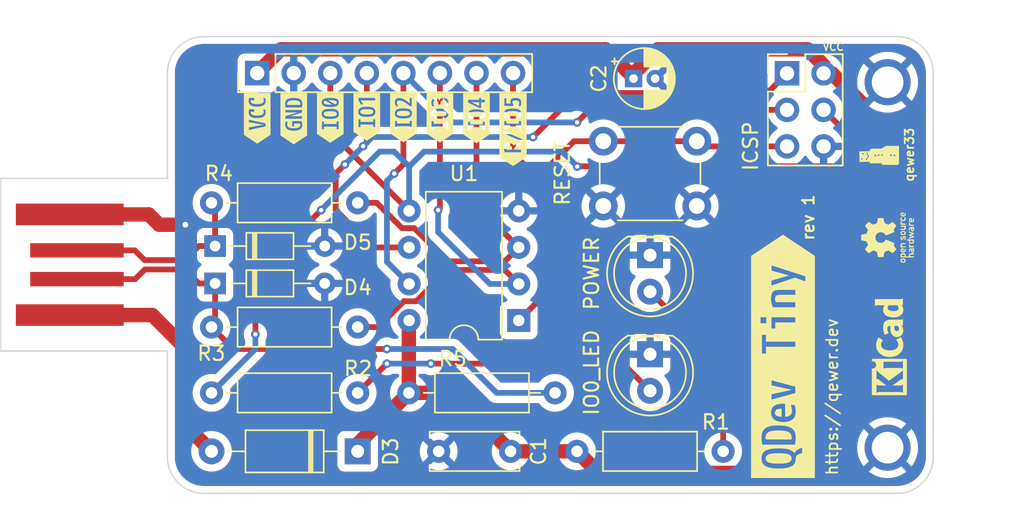
<source format=kicad_pcb>
(kicad_pcb (version 20211014) (generator pcbnew)
  (layers (0 "F.Cu" signal) (31 "B.Cu" signal) (34 "B.Paste" user) (35 "F.Paste" user) (36 "B.SilkS" user "B.Silkscreen") (37 "F.SilkS" user "F.Silkscreen") (38 "B.Mask" user) (39 "F.Mask" user) (44 "Edge.Cuts" user))
  (net 0 "")
  (net 1 "+5V")
  (net 2 "GND")
  (net 3 "Net-(D1-Pad2)")
  (net 4 "Net-(D2-Pad2)")
  (net 5 "Net-(D3-Pad2)")
  (net 6 "/D-")
  (net 7 "/D+")
  (net 8 "PB2")
  (net 9 "PB1")
  (net 10 "PB0")
  (net 11 "PB5{slash}R")
  (net 12 "PB4")
  (net 13 "PB3")
  (footprint "Connector_PinHeader_2.54mm:PinHeader_1x08_P2.54mm_Vertical" (layer "F.Cu") (at 89.535 46.355 90)
    (fp_text reference "J2" hide)
    (fp_text value "Header")
    (pad "1" thru_hole rect (at 0 0 90) (size 1.7 1.7) (drill 1) (layers *.Cu *.Mask) (net 1 "+5V"))
    (pad "2" thru_hole oval (at 0 2.54 90) (size 1.7 1.7) (drill 1) (layers *.Cu *.Mask) (net 2 "GND"))
    (pad "3" thru_hole oval (at 0 5.08 90) (size 1.7 1.7) (drill 1) (layers *.Cu *.Mask) (net 10 "PB0"))
    (pad "4" thru_hole oval (at 0 7.62 90) (size 1.7 1.7) (drill 1) (layers *.Cu *.Mask) (net 9 "PB1"))
    (pad "5" thru_hole oval (at 0 10.16 90) (size 1.7 1.7) (drill 1) (layers *.Cu *.Mask) (net 8 "PB2"))
    (pad "6" thru_hole oval (at 0 12.7 90) (size 1.7 1.7) (drill 1) (layers *.Cu *.Mask) (net 13 "PB3"))
    (pad "7" thru_hole oval (at 0 15.24 90) (size 1.7 1.7) (drill 1) (layers *.Cu *.Mask) (net 12 "PB4"))
    (pad "8" thru_hole oval (at 0 17.78 90) (size 1.7 1.7) (drill 1) (layers *.Cu *.Mask) (net 11 "PB5{slash}R"))
  )
  (footprint "MountingHole:MountingHole_2.2mm_M2" (layer "F.Cu") (at 133.35 72.39)
    (fp_text reference "REF**" hide)
    (fp_text value "MountingHole_2.2mm_M2")
    (pad "" thru_hole circle (at 0 0) (size 3.2 3.2) (drill 2.2) (layers *.Cu *.Mask) (net 2 "GND"))
  )
  (footprint "LED_THT:LED_D5.0mm" (layer "F.Cu") (at 116.84 65.895 -90)
    (fp_text reference "D2" hide)
    (fp_text value "PB0_LED" hide)
    (fp_text user "IO0_LED" (at 1.27 4.064 90 unlocked) (layer "F.SilkS"))
    (pad "1" thru_hole rect (at 0 0 270) (size 1.8 1.8) (drill 0.9) (layers *.Cu *.Mask) (net 2 "GND"))
    (pad "2" thru_hole circle (at 2.54 0 270) (size 1.8 1.8) (drill 0.9) (layers *.Cu *.Mask) (net 4 "Net-(D2-Pad2)"))
  )
  (footprint "Package_DIP:DIP-8_W7.62mm" (layer "F.Cu") (at 107.714602 63.549897 180)
    (fp_text reference "U1" (at 3.81 10.209897) (layer "F.SilkS"))
    (fp_text value "ATtiny45-20P")
    (pad "1" thru_hole rect (at 0 0 180) (size 1.6 1.6) (drill 0.8) (layers *.Cu *.Mask) (net 11 "PB5{slash}R"))
    (pad "2" thru_hole oval (at 0 2.54 180) (size 1.6 1.6) (drill 0.8) (layers *.Cu *.Mask) (net 13 "PB3"))
    (pad "3" thru_hole oval (at 0 5.08 180) (size 1.6 1.6) (drill 0.8) (layers *.Cu *.Mask) (net 12 "PB4"))
    (pad "4" thru_hole oval (at 0 7.62 180) (size 1.6 1.6) (drill 0.8) (layers *.Cu *.Mask) (net 2 "GND"))
    (pad "5" thru_hole oval (at 7.62 7.62 180) (size 1.6 1.6) (drill 0.8) (layers *.Cu *.Mask) (net 10 "PB0"))
    (pad "6" thru_hole oval (at 7.62 5.08 180) (size 1.6 1.6) (drill 0.8) (layers *.Cu *.Mask) (net 9 "PB1"))
    (pad "7" thru_hole oval (at 7.62 2.54 180) (size 1.6 1.6) (drill 0.8) (layers *.Cu *.Mask) (net 8 "PB2"))
    (pad "8" thru_hole oval (at 7.62 0 180) (size 1.6 1.6) (drill 0.8) (layers *.Cu *.Mask) (net 1 "+5V"))
  )
  (footprint "Capacitor_THT:C_Disc_D6.0mm_W2.5mm_P5.00mm" (layer "F.Cu") (at 107.148 72.644 180)
    (fp_text reference "C1" (at -1.945 0 90) (layer "F.SilkS"))
    (fp_text value "0.1uF")
    (pad "1" thru_hole circle (at 0 0 180) (size 1.6 1.6) (drill 0.8) (layers *.Cu *.Mask) (net 1 "+5V"))
    (pad "2" thru_hole circle (at 5 0 180) (size 1.6 1.6) (drill 0.8) (layers *.Cu *.Mask) (net 2 "GND"))
  )
  (footprint "kibuzzard-63E270EC" (layer "F.Cu") (at 89.535 49.504678 90)
    (fp_text reference "kibuzzard-63E270EC" hide)
    (fp_text value "G***" hide)
  )
  (footprint "MountingHole:MountingHole_2.2mm_M2" (layer "F.Cu") (at 133.35 46.99)
    (fp_text reference "REF**" hide)
    (fp_text value "MountingHole_2.2mm_M2")
    (pad "" thru_hole circle (at 0 0) (size 3.2 3.2) (drill 2.2) (layers *.Cu *.Mask) (net 2 "GND"))
  )
  (footprint "Resistor_THT:R_Axial_DIN0207_L6.3mm_D2.5mm_P10.16mm_Horizontal" (layer "F.Cu") (at 111.76 72.644)
    (fp_text reference "R1" (at 9.652 -2.032) (layer "F.SilkS"))
    (fp_text value "1K")
    (pad "1" thru_hole circle (at 0 0) (size 1.6 1.6) (drill 0.8) (layers *.Cu *.Mask) (net 1 "+5V"))
    (pad "2" thru_hole oval (at 10.16 0) (size 1.6 1.6) (drill 0.8) (layers *.Cu *.Mask) (net 3 "Net-(D1-Pad2)"))
  )
  (footprint "Resistor_THT:R_Axial_DIN0207_L6.3mm_D2.5mm_P10.16mm_Horizontal" (layer "F.Cu") (at 100.076 68.58)
    (fp_text reference "R5" (at 3.048 -2.37) (layer "F.SilkS"))
    (fp_text value "1K")
    (pad "1" thru_hole circle (at 0 0) (size 1.6 1.6) (drill 0.8) (layers *.Cu *.Mask) (net 1 "+5V"))
    (pad "2" thru_hole oval (at 10.16 0) (size 1.6 1.6) (drill 0.8) (layers *.Cu *.Mask) (net 6 "/D-"))
  )
  (footprint "Resistor_THT:R_Axial_DIN0207_L6.3mm_D2.5mm_P10.16mm_Horizontal" (layer "F.Cu") (at 86.36 68.58)
    (fp_text reference "R2" (at 10.182372 -1.686429) (layer "F.SilkS"))
    (fp_text value "1K")
    (pad "1" thru_hole circle (at 0 0) (size 1.6 1.6) (drill 0.8) (layers *.Cu *.Mask) (net 10 "PB0"))
    (pad "2" thru_hole oval (at 10.16 0) (size 1.6 1.6) (drill 0.8) (layers *.Cu *.Mask) (net 4 "Net-(D2-Pad2)"))
  )
  (footprint "kibuzzard-63E51F9F" (layer "F.Cu") (at 99.695 49.45864 90)
    (fp_text reference "kibuzzard-63E51F9F" hide)
    (fp_text value "G***" hide)
  )
  (footprint "kibuzzard-63E51F95" (layer "F.Cu") (at 97.155 49.402284 90)
    (fp_text reference "kibuzzard-63E51F95" hide)
    (fp_text value "G***" hide)
  )
  (footprint "LOGO" (layer "F.Cu") (at 132.762674 52.074219 90)
    (fp_text reference "G***" hide)
    (fp_text value "LOGO" hide)
  )
  (footprint "QLib:USB-A-PCB" (layer "F.Cu") (at 76.708 59.675)
    (fp_text reference "J1" hide)
    (fp_text value "USB_A" hide)
    (fp_line (start -4.99872 5.99948) (end -4.99872 -5.99948) (layer "Edge.Cuts") (width 0.1))
    (fp_line (start 3.69824 5.99948) (end -4.99872 5.99948) (layer "Edge.Cuts") (width 0.1))
    (fp_line (start -4.99872 -5.99948) (end 3.69824 -5.99948) (layer "Edge.Cuts") (width 0.1))
    (pad "1" smd rect (at -0.19812 3.49758) (size 7.49808 1.4986) (layers "F.Cu" "F.Paste" "F.Mask") (net 5 "Net-(D3-Pad2)"))
    (pad "2" smd rect (at 0.29972 0.99822) (size 6.49986 0.99822) (layers "F.Cu" "F.Paste" "F.Mask") (net 6 "/D-"))
    (pad "3" smd rect (at 0.29972 -0.99822) (size 6.49986 0.99822) (layers "F.Cu" "F.Paste" "F.Mask") (net 7 "/D+"))
    (pad "4" smd rect (at -0.19812 -3.49758) (size 7.49808 1.4986) (layers "F.Cu" "F.Paste" "F.Mask") (net 2 "GND"))
  )
  (footprint "Capacitor_THT:CP_Radial_D4.0mm_P1.50mm" (layer "F.Cu") (at 115.691604 46.736)
    (fp_text reference "C2" (at -2.407604 0 90) (layer "F.SilkS"))
    (fp_text value "4.7uF")
    (pad "1" thru_hole rect (at 0 0) (size 1.2 1.2) (drill 0.6) (layers *.Cu *.Mask) (net 1 "+5V"))
    (pad "2" thru_hole circle (at 1.5 0) (size 1.2 1.2) (drill 0.6) (layers *.Cu *.Mask) (net 2 "GND"))
  )
  (footprint "Diode_THT:D_A-405_P10.16mm_Horizontal" (layer "F.Cu") (at 96.52 72.644 180)
    (fp_text reference "D3" (at -2.293923 -0.025265 270) (layer "F.SilkS"))
    (fp_text value "D")
    (pad "1" thru_hole rect (at 0 0 180) (size 1.8 1.8) (drill 0.9) (layers *.Cu *.Mask) (net 1 "+5V"))
    (pad "2" thru_hole oval (at 10.16 0 180) (size 1.8 1.8) (drill 0.9) (layers *.Cu *.Mask) (net 5 "Net-(D3-Pad2)"))
  )
  (footprint "kibuzzard-63E24FBF" (layer "F.Cu") (at 92.075 49.527696 90)
    (fp_text reference "kibuzzard-63E24FBF" hide)
    (fp_text value "G***" hide)
  )
  (footprint "LED_THT:LED_D5.0mm" (layer "F.Cu") (at 116.84 59.007 -90)
    (fp_text reference "D1" hide)
    (fp_text value "PWR_LED" hide)
    (fp_text user "POWER" (at 1.27 4.064 90 unlocked) (layer "F.SilkS"))
    (pad "1" thru_hole rect (at 0 0 270) (size 1.8 1.8) (drill 0.9) (layers *.Cu *.Mask) (net 2 "GND"))
    (pad "2" thru_hole circle (at 2.54 0 270) (size 1.8 1.8) (drill 0.9) (layers *.Cu *.Mask) (net 3 "Net-(D1-Pad2)"))
  )
  (footprint "kibuzzard-63E51F81" (layer "F.Cu") (at 94.615 49.474515 90)
    (fp_text reference "kibuzzard-63E51F81" hide)
    (fp_text value "G***" hide)
  )
  (footprint "Diode_THT:D_DO-34_SOD68_P7.62mm_Horizontal" (layer "F.Cu") (at 86.609 60.97322)
    (fp_text reference "D4" (at 9.911 0.28678) (layer "F.SilkS"))
    (fp_text value "3.6V")
    (pad "1" thru_hole rect (at 0 0) (size 1.5 1.5) (drill 0.75) (layers *.Cu *.Mask) (net 6 "/D-"))
    (pad "2" thru_hole oval (at 7.62 0) (size 1.5 1.5) (drill 0.75) (layers *.Cu *.Mask) (net 2 "GND"))
  )
  (footprint "Connector_PinHeader_2.54mm:PinHeader_2x03_P2.54mm_Vertical" (layer "F.Cu") (at 126.36 46.37)
    (fp_text reference "J3" hide)
    (fp_text value "ICSP" (at -2.535 5.065 90) (layer "F.SilkS"))
    (pad "1" thru_hole rect (at 0 0) (size 1.7 1.7) (drill 1) (layers *.Cu *.Mask) (net 9 "PB1"))
    (pad "2" thru_hole oval (at 2.54 0) (size 1.7 1.7) (drill 1) (layers *.Cu *.Mask) (net 1 "+5V"))
    (pad "3" thru_hole oval (at 0 2.54) (size 1.7 1.7) (drill 1) (layers *.Cu *.Mask) (net 8 "PB2"))
    (pad "4" thru_hole oval (at 2.54 2.54) (size 1.7 1.7) (drill 1) (layers *.Cu *.Mask) (net 10 "PB0"))
    (pad "5" thru_hole oval (at 0 5.08) (size 1.7 1.7) (drill 1) (layers *.Cu *.Mask) (net 11 "PB5{slash}R"))
    (pad "6" thru_hole oval (at 2.54 5.08) (size 1.7 1.7) (drill 1) (layers *.Cu *.Mask) (net 2 "GND"))
  )
  (footprint "Resistor_THT:R_Axial_DIN0207_L6.3mm_D2.5mm_P10.16mm_Horizontal" (layer "F.Cu") (at 86.36 64.008)
    (fp_text reference "R3" (at -0.012288 1.82621) (layer "F.SilkS"))
    (fp_text value "68R")
    (pad "1" thru_hole circle (at 0 0) (size 1.6 1.6) (drill 0.8) (layers *.Cu *.Mask) (net 6 "/D-"))
    (pad "2" thru_hole oval (at 10.16 0) (size 1.6 1.6) (drill 0.8) (layers *.Cu *.Mask) (net 13 "PB3"))
  )
  (footprint "kibuzzard-63E51FA9" (layer "F.Cu") (at 102.235 49.468165 90)
    (fp_text reference "kibuzzard-63E51FA9" hide)
    (fp_text value "G***" hide)
  )
  (footprint "LOGO" (layer "F.Cu") (at 133.35 65.405 90)
    (fp_text reference "G***" hide)
    (fp_text value "LOGO" hide)
  )
  (footprint "LOGO" (layer "F.Cu") (at 133.35 57.785 90)
    (fp_text reference "G***" hide)
    (fp_text value "LOGO" hide)
  )
  (footprint "kibuzzard-63E51FAF" (layer "F.Cu") (at 104.775 49.49039 90)
    (fp_text reference "kibuzzard-63E51FAF" hide)
    (fp_text value "G***" hide)
  )
  (footprint "Button_Switch_THT:SW_PUSH_6mm" (layer "F.Cu") (at 113.59 51.09)
    (fp_text reference "SW1" hide)
    (fp_text value "RESET_BTN" hide)
    (fp_text user "RESET" (at -2.846 2.204679 90 unlocked) (layer "F.SilkS"))
    (pad "1" thru_hole circle (at 0 0 90) (size 2 2) (drill 1.1) (layers *.Cu *.Mask) (net 11 "PB5{slash}R"))
    (pad "1" thru_hole circle (at 6.5 0 90) (size 2 2) (drill 1.1) (layers *.Cu *.Mask) (net 11 "PB5{slash}R"))
    (pad "2" thru_hole circle (at 0 4.5 90) (size 2 2) (drill 1.1) (layers *.Cu *.Mask) (net 2 "GND"))
    (pad "2" thru_hole circle (at 6.5 4.5 90) (size 2 2) (drill 1.1) (layers *.Cu *.Mask) (net 2 "GND"))
  )
  (footprint "Resistor_THT:R_Axial_DIN0207_L6.3mm_D2.5mm_P10.16mm_Horizontal" (layer "F.Cu") (at 86.36 55.372)
    (fp_text reference "R4" (at 0.508 -2.032) (layer "F.SilkS"))
    (fp_text value "68R")
    (pad "1" thru_hole circle (at 0 0) (size 1.6 1.6) (drill 0.8) (layers *.Cu *.Mask) (net 7 "/D+"))
    (pad "2" thru_hole oval (at 10.16 0) (size 1.6 1.6) (drill 0.8) (layers *.Cu *.Mask) (net 12 "PB4"))
  )
  (footprint "Diode_THT:D_DO-34_SOD68_P7.62mm_Horizontal" (layer "F.Cu") (at 86.609 58.37678)
    (fp_text reference "D5" (at 9.911 -0.25678) (layer "F.SilkS"))
    (fp_text value "3.6V")
    (pad "1" thru_hole rect (at 0 0) (size 1.5 1.5) (drill 0.75) (layers *.Cu *.Mask) (net 7 "/D+"))
    (pad "2" thru_hole oval (at 7.62 0) (size 1.5 1.5) (drill 0.75) (layers *.Cu *.Mask) (net 2 "GND"))
  )
  (footprint "kibuzzard-63E51FB7" (layer "F.Cu") (at 107.315 50.28414 90)
    (fp_text reference "kibuzzard-63E51FB7" hide)
    (fp_text value "G***" hide)
  )
  (footprint "kibuzzard-63E3F582" (layer "F.Cu") (at 126.07685 66.04 90)
    (fp_text reference "kibuzzard-63E3F582" hide)
    (fp_text value "G***" hide)
  )
  (gr_line (start 83.29676 73.025) (end 83.29676 65.67448) (layer "Edge.Cuts") (width 0.1))
  (gr_arc (start 83.29676 46.355) (mid 84.040709 44.558949) (end 85.83676 43.815) (layer "Edge.Cuts") (width 0.1))
  (gr_line (start 136.525 46.355) (end 136.525 73.025) (layer "Edge.Cuts") (width 0.1))
  (gr_line (start 85.83676 43.815) (end 133.985 43.815) (layer "Edge.Cuts") (width 0.1))
  (gr_line (start 80.40624 65.67448) (end 83.29676 65.67448) (layer "Edge.Cuts") (width 0.1))
  (gr_line (start 133.985 75.565) (end 85.83676 75.565) (layer "Edge.Cuts") (width 0.1))
  (gr_line (start 83.29676 53.67552) (end 83.29676 46.355) (layer "Edge.Cuts") (width 0.1))
  (gr_arc (start 133.985 43.815) (mid 135.781051 44.558949) (end 136.525 46.355) (layer "Edge.Cuts") (width 0.1))
  (gr_arc (start 85.83676 75.565) (mid 84.040709 74.821051) (end 83.29676 73.025) (layer "Edge.Cuts") (width 0.1))
  (gr_line (start 80.40624 53.67552) (end 83.29676 53.67552) (layer "Edge.Cuts") (width 0.1))
  (gr_arc (start 136.525 73.025) (mid 135.781051 74.821051) (end 133.985 75.565) (layer "Edge.Cuts") (width 0.1))
  (gr_text "https://qewer.dev" (at 129.49306 68.85786 90) (layer "F.SilkS") (effects (font (size 0.8 0.8) (thickness 0.12))))
  (gr_text "qewer33" (at 134.869327 52.034169 90) (layer "F.SilkS") (effects (font (size 0.6 0.6) (thickness 0.12))))
  (gr_text "VCC" (at 129.574832 44.540353) (layer "F.SilkS") (effects (font (size 0.5 0.5) (thickness 0.1))))
  (gr_text "rev 1" (at 127.840107 56.388 90) (layer "F.SilkS") (effects (font (size 0.8 0.8))))
  (segment (start 128.9 45.81) (end 127.794 44.704) (width 1) (layer "F.Cu") (net 1))
  (segment (start 113.740604 44.704) (end 115.691604 46.655) (width 1) (layer "F.Cu") (net 1))
  (segment (start 100.076 68.58) (end 103.084 68.58) (width 1) (layer "F.Cu") (net 1))
  (segment (start 128.9 46.37) (end 128.9 45.81) (width 1) (layer "F.Cu") (net 1))
  (segment (start 96.52 72.136) (end 100.076 68.58) (width 1) (layer "F.Cu") (net 1))
  (segment (start 113.26 74.144) (end 111.76 72.644) (width 1) (layer "F.Cu") (net 1))
  (segment (start 91.186 44.704) (end 113.740604 44.704) (width 1) (layer "F.Cu") (net 1))
  (segment (start 127.532 74.144) (end 113.26 74.144) (width 1) (layer "F.Cu") (net 1))
  (segment (start 103.084 68.58) (end 107.148 72.644) (width 1) (layer "F.Cu") (net 1))
  (segment (start 96.52 72.644) (end 96.52 72.136) (width 1) (layer "F.Cu") (net 1))
  (segment (start 117.385126 44.704) (end 115.691604 46.397522) (width 1) (layer "F.Cu") (net 1))
  (segment (start 127.794 44.704) (end 117.385126 44.704) (width 1) (layer "F.Cu") (net 1))
  (segment (start 100.076 63.568499) (end 100.094602 63.549897) (width 1) (layer "F.Cu") (net 1))
  (segment (start 107.148 72.644) (end 111.76 72.644) (width 1) (layer "F.Cu") (net 1))
  (segment (start 91.186 44.704) (end 89.535 46.355) (width 1) (layer "F.Cu") (net 1))
  (segment (start 131.572 48.464692) (end 131.572 70.104) (width 1) (layer "F.Cu") (net 1))
  (segment (start 129.477308 46.37) (end 131.572 48.464692) (width 1) (layer "F.Cu") (net 1))
  (segment (start 128.9 46.37) (end 129.477308 46.37) (width 1) (layer "F.Cu") (net 1))
  (segment (start 115.691604 46.397522) (end 115.691604 46.655) (width 1) (layer "F.Cu") (net 1))
  (segment (start 131.572 70.104) (end 127.532 74.144) (width 1) (layer "F.Cu") (net 1))
  (segment (start 100.076 68.58) (end 100.076 63.568499) (width 1) (layer "F.Cu") (net 1))
  (segment (start 81.99858 56.17742) (end 76.50988 56.17742) (width 1) (layer "F.Cu") (net 2))
  (segment (start 84.543938 56.896) (end 82.71716 56.896) (width 1) (layer "F.Cu") (net 2))
  (segment (start 82.71716 56.896) (end 81.99858 56.17742) (width 1) (layer "F.Cu") (net 2))
  (via (at 84.543938 56.896) (size 1.2) (drill 0.4) (layers "F.Cu" "B.Cu") (net 2))
  (segment (start 121.92 66.627) (end 116.84 61.547) (width 0.4) (layer "F.Cu") (net 3))
  (segment (start 121.92 72.644) (end 121.92 66.627) (width 0.4) (layer "F.Cu") (net 3))
  (segment (start 114.953 66.548) (end 116.84 68.435) (width 0.4) (layer "F.Cu") (net 4))
  (segment (start 101.6 66.548) (end 114.953 66.548) (width 0.4) (layer "F.Cu") (net 4))
  (segment (start 98.552 66.548) (end 96.52 68.58) (width 0.4) (layer "F.Cu") (net 4))
  (via (at 98.552 66.548) (size 0.6) (drill 0.3) (layers "F.Cu" "B.Cu") (net 4))
  (via (at 101.6 66.548) (size 0.6) (drill 0.3) (layers "F.Cu" "B.Cu") (net 4))
  (segment (start 101.6 66.548) (end 98.552 66.548) (width 0.4) (layer "B.Cu") (net 4))
  (segment (start 82.243274 63.17258) (end 76.50988 63.17258) (width 1) (layer "F.Cu") (net 5))
  (segment (start 84.328 65.257306) (end 84.328 70.612) (width 1) (layer "F.Cu") (net 5))
  (segment (start 84.328 70.612) (end 86.36 72.644) (width 1) (layer "F.Cu") (net 5))
  (segment (start 82.243274 63.17258) (end 84.328 65.257306) (width 1) (layer "F.Cu") (net 5))
  (segment (start 86.36 64.008) (end 87.884 65.532) (width 0.4) (layer "F.Cu") (net 6))
  (segment (start 85.483999 60.97322) (end 86.609 60.97322) (width 0.4) (layer "F.Cu") (net 6))
  (segment (start 77.00772 60.67322) (end 81.05878 60.67322) (width 0.4) (layer "F.Cu") (net 6))
  (segment (start 87.884 65.532) (end 98.552 65.532) (width 0.4) (layer "F.Cu") (net 6))
  (segment (start 86.609 63.759) (end 86.36 64.008) (width 0.4) (layer "F.Cu") (net 6))
  (segment (start 84.510779 60) (end 85.483999 60.97322) (width 0.4) (layer "F.Cu") (net 6))
  (segment (start 81.732 60) (end 84.510779 60) (width 0.4) (layer "F.Cu") (net 6))
  (segment (start 86.609 60.97322) (end 86.609 63.759) (width 0.4) (layer "F.Cu") (net 6))
  (segment (start 81.05878 60.67322) (end 81.732 60) (width 0.4) (layer "F.Cu") (net 6))
  (via (at 98.552 65.532) (size 0.6) (drill 0.3) (layers "F.Cu" "B.Cu") (net 6))
  (segment (start 98.552 65.532) (end 103.124 65.532) (width 0.4) (layer "B.Cu") (net 6))
  (segment (start 106.172 68.58) (end 110.236 68.58) (width 0.4) (layer "B.Cu") (net 6))
  (segment (start 103.124 65.532) (end 106.172 68.58) (width 0.4) (layer "B.Cu") (net 6))
  (segment (start 86.609 58.37678) (end 86.609 55.621) (width 0.4) (layer "F.Cu") (net 7))
  (segment (start 86.609 55.621) (end 86.36 55.372) (width 0.4) (layer "F.Cu") (net 7))
  (segment (start 81.702 59.35) (end 84.510779 59.35) (width 0.4) (layer "F.Cu") (net 7))
  (segment (start 85.483999 58.37678) (end 86.609 58.37678) (width 0.4) (layer "F.Cu") (net 7))
  (segment (start 77.00772 58.67678) (end 81.02878 58.67678) (width 0.4) (layer "F.Cu") (net 7))
  (segment (start 84.510779 59.35) (end 85.483999 58.37678) (width 0.4) (layer "F.Cu") (net 7))
  (segment (start 81.02878 58.67678) (end 81.702 59.35) (width 0.4) (layer "F.Cu") (net 7))
  (segment (start 112.634 48.91) (end 126.36 48.91) (width 0.4) (layer "F.Cu") (net 8))
  (segment (start 111.76 49.784) (end 112.634 48.91) (width 0.4) (layer "F.Cu") (net 8))
  (segment (start 99.06 53.34) (end 99.695 52.705) (width 0.4) (layer "F.Cu") (net 8))
  (segment (start 99.695 52.705) (end 99.695 46.355) (width 0.4) (layer "F.Cu") (net 8))
  (via (at 99.06 53.34) (size 0.6) (drill 0.3) (layers "F.Cu" "B.Cu") (net 8))
  (via (at 111.76 49.784) (size 0.6) (drill 0.3) (layers "F.Cu" "B.Cu") (net 8))
  (segment (start 99.06 53.34) (end 98.552 53.848) (width 0.4) (layer "B.Cu") (net 8))
  (segment (start 103.124 49.784) (end 99.695 46.355) (width 0.4) (layer "B.Cu") (net 8))
  (segment (start 98.552 59.467295) (end 100.094602 61.009897) (width 0.4) (layer "B.Cu") (net 8))
  (segment (start 98.552 53.848) (end 98.552 59.467295) (width 0.4) (layer "B.Cu") (net 8))
  (segment (start 111.76 49.784) (end 103.124 49.784) (width 0.4) (layer "B.Cu") (net 8))
  (segment (start 124.994 47.736) (end 126.36 46.37) (width 0.4) (layer "F.Cu") (net 9))
  (segment (start 94.996 55.88) (end 97.585897 58.469897) (width 0.4) (layer "F.Cu") (net 9))
  (segment (start 111.776 47.736) (end 124.994 47.736) (width 0.4) (layer "F.Cu") (net 9))
  (segment (start 95.629865 52.706134) (end 94.996 53.339999) (width 0.4) (layer "F.Cu") (net 9))
  (segment (start 97.585897 58.469897) (end 100.094602 58.469897) (width 0.4) (layer "F.Cu") (net 9))
  (segment (start 96.901 51.435) (end 97.155 51.181) (width 0.4) (layer "F.Cu") (net 9))
  (segment (start 108.712 50.8) (end 111.776 47.736) (width 0.4) (layer "F.Cu") (net 9))
  (segment (start 97.155 51.181) (end 97.155 46.355) (width 0.4) (layer "F.Cu") (net 9))
  (segment (start 94.996 53.339999) (end 94.996 55.88) (width 0.4) (layer "F.Cu") (net 9))
  (via (at 95.629865 52.706134) (size 0.6) (drill 0.3) (layers "F.Cu" "B.Cu") (net 9))
  (via (at 96.901 51.435) (size 0.6) (drill 0.3) (layers "F.Cu" "B.Cu") (net 9))
  (via (at 108.712 50.8) (size 0.6) (drill 0.3) (layers "F.Cu" "B.Cu") (net 9))
  (segment (start 97.536 50.8) (end 96.901 51.435) (width 0.4) (layer "B.Cu") (net 9))
  (segment (start 96.901 51.435) (end 95.629865 52.706134) (width 0.4) (layer "B.Cu") (net 9))
  (segment (start 108.712 50.8) (end 97.536 50.8) (width 0.4) (layer "B.Cu") (net 9))
  (segment (start 130.556 52.324) (end 130.556 50.566) (width 0.4) (layer "F.Cu") (net 10))
  (segment (start 93.98 55.88) (end 89.408 60.452) (width 0.4) (layer "F.Cu") (net 10))
  (segment (start 89.408 60.452) (end 89.408 64.516) (width 0.4) (layer "F.Cu") (net 10))
  (segment (start 130.556 50.566) (end 128.9 48.91) (width 0.4) (layer "F.Cu") (net 10))
  (segment (start 94.615 46.355) (end 94.615 50.450295) (width 0.4) (layer "F.Cu") (net 10))
  (segment (start 111.797204 52.832) (end 130.048 52.832) (width 0.4) (layer "F.Cu") (net 10))
  (segment (start 111.778602 52.850602) (end 111.797204 52.832) (width 0.4) (layer "F.Cu") (net 10))
  (segment (start 130.048 52.832) (end 130.556 52.324) (width 0.4) (layer "F.Cu") (net 10))
  (segment (start 94.615 50.450295) (end 100.094602 55.929897) (width 0.4) (layer "F.Cu") (net 10))
  (via (at 89.408 64.516) (size 0.6) (drill 0.3) (layers "F.Cu" "B.Cu") (net 10))
  (via (at 111.778602 52.850602) (size 0.6) (drill 0.3) (layers "F.Cu" "B.Cu") (net 10))
  (via (at 93.98 55.88) (size 0.6) (drill 0.3) (layers "F.Cu" "B.Cu") (net 10))
  (segment (start 89.408 64.516) (end 89.408 65.532) (width 0.4) (layer "B.Cu") (net 10))
  (segment (start 93.98 55.88) (end 98.044 51.816) (width 0.4) (layer "B.Cu") (net 10))
  (segment (start 98.044 51.816) (end 99.06 51.816) (width 0.4) (layer "B.Cu") (net 10))
  (segment (start 111.778602 52.850602) (end 110.744 51.816) (width 0.4) (layer "B.Cu") (net 10))
  (segment (start 89.408 65.532) (end 86.36 68.58) (width 0.4) (layer "B.Cu") (net 10))
  (segment (start 110.744 51.816) (end 101.129204 51.816) (width 0.4) (layer "B.Cu") (net 10))
  (segment (start 100.094602 55.929897) (end 100.094602 52.850602) (width 0.4) (layer "B.Cu") (net 10))
  (segment (start 99.06 51.816) (end 100.094602 52.850602) (width 0.4) (layer "B.Cu") (net 10))
  (segment (start 101.129204 51.816) (end 100.094602 52.850602) (width 0.4) (layer "B.Cu") (net 10))
  (segment (start 111.558 51.09) (end 109.728 52.92) (width 0.4) (layer "F.Cu") (net 11))
  (segment (start 107.714602 63.549897) (end 109.728 61.536499) (width 0.4) (layer "F.Cu") (net 11))
  (segment (start 107.315 51.943) (end 108.204 52.832) (width 0.4) (layer "F.Cu") (net 11))
  (segment (start 126.36 51.45) (end 120.45 51.45) (width 0.4) (layer "F.Cu") (net 11))
  (segment (start 107.315 46.355) (end 107.315 51.943) (width 0.4) (layer "F.Cu") (net 11))
  (segment (start 120.09 51.09) (end 113.59 51.09) (width 0.4) (layer "F.Cu") (net 11))
  (segment (start 113.59 51.09) (end 111.558 51.09) (width 0.4) (layer "F.Cu") (net 11))
  (segment (start 108.204 52.832) (end 109.64 52.832) (width 0.4) (layer "F.Cu") (net 11))
  (segment (start 109.64 52.832) (end 109.728 52.92) (width 0.4) (layer "F.Cu") (net 11))
  (segment (start 120.45 51.45) (end 120.09 51.09) (width 0.4) (layer "F.Cu") (net 11))
  (segment (start 109.728 61.536499) (end 109.728 52.92) (width 0.4) (layer "F.Cu") (net 11))
  (segment (start 113.59 50.336) (end 113.59 51.09) (width 0.4) (layer "B.Cu") (net 11))
  (segment (start 107.714602 58.469897) (end 106.748499 59.436) (width 0.4) (layer "F.Cu") (net 12))
  (segment (start 104.775 46.355) (end 104.775 55.530295) (width 0.4) (layer "F.Cu") (net 12))
  (segment (start 100.451659 57.129897) (end 99.597545 57.129897) (width 0.4) (layer "F.Cu") (net 12))
  (segment (start 97.839648 55.372) (end 96.52 55.372) (width 0.4) (layer "F.Cu") (net 12))
  (segment (start 106.748499 59.436) (end 102.757762 59.436) (width 0.4) (layer "F.Cu") (net 12))
  (segment (start 102.757762 59.436) (end 100.451659 57.129897) (width 0.4) (layer "F.Cu") (net 12))
  (segment (start 104.775 55.530295) (end 107.714602 58.469897) (width 0.4) (layer "F.Cu") (net 12))
  (segment (start 99.597545 57.129897) (end 97.839648 55.372) (width 0.4) (layer "F.Cu") (net 12))
  (segment (start 99.737545 62.209897) (end 100.591659 62.209897) (width 0.4) (layer "F.Cu") (net 13))
  (segment (start 102.235 55.753) (end 102.235 46.355) (width 0.4) (layer "F.Cu") (net 13))
  (segment (start 106.740705 60.036) (end 107.714602 61.009897) (width 0.4) (layer "F.Cu") (net 13))
  (segment (start 100.591659 62.209897) (end 102.765556 60.036) (width 0.4) (layer "F.Cu") (net 13))
  (segment (start 102.108 55.88) (end 102.235 55.753) (width 0.4) (layer "F.Cu") (net 13))
  (segment (start 96.52 64.008) (end 97.939442 64.008) (width 0.4) (layer "F.Cu") (net 13))
  (segment (start 97.939442 64.008) (end 99.737545 62.209897) (width 0.4) (layer "F.Cu") (net 13))
  (segment (start 102.765556 60.036) (end 106.740705 60.036) (width 0.4) (layer "F.Cu") (net 13))
  (via (at 102.108 55.88) (size 0.6) (drill 0.3) (layers "F.Cu" "B.Cu") (net 13))
  (segment (start 102.108 57.404) (end 105.713897 61.009897) (width 0.4) (layer "B.Cu") (net 13))
  (segment (start 105.713897 61.009897) (end 107.714602 61.009897) (width 0.4) (layer "B.Cu") (net 13))
  (segment (start 102.108 55.88) (end 102.108 57.404) (width 0.4) (layer "B.Cu") (net 13))
  (zone (net 2) (net_name "GND") (layer "B.Cu") (connect_pads (clearance 0.508)) (min_thickness 0.254) (fill yes (thermal_gap 0.508) (thermal_bridge_width 0.508))
    (polygon (pts (xy 139.065 78.105) (xy 83.82 78.105) (xy 83.82 41.275) (xy 139.065 41.275)))
  )
)
</source>
